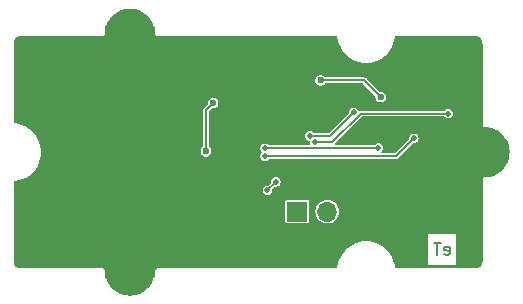
<source format=gbr>
%TF.GenerationSoftware,KiCad,Pcbnew,(6.0.0)*%
%TF.CreationDate,2022-11-15T20:59:03+00:00*%
%TF.ProjectId,Grove-Spectra,47726f76-652d-4537-9065-637472612e6b,A*%
%TF.SameCoordinates,Original*%
%TF.FileFunction,Copper,L2,Bot*%
%TF.FilePolarity,Positive*%
%FSLAX46Y46*%
G04 Gerber Fmt 4.6, Leading zero omitted, Abs format (unit mm)*
G04 Created by KiCad (PCBNEW (6.0.0)) date 2022-11-15 20:59:03*
%MOMM*%
%LPD*%
G01*
G04 APERTURE LIST*
%ADD10C,0.150000*%
%TA.AperFunction,NonConductor*%
%ADD11C,0.150000*%
%TD*%
%TA.AperFunction,ComponentPad*%
%ADD12R,1.700000X1.700000*%
%TD*%
%TA.AperFunction,ComponentPad*%
%ADD13O,1.700000X1.700000*%
%TD*%
%TA.AperFunction,ViaPad*%
%ADD14C,0.500000*%
%TD*%
%TA.AperFunction,ViaPad*%
%ADD15C,0.600000*%
%TD*%
%TA.AperFunction,Conductor*%
%ADD16C,0.150000*%
%TD*%
%TA.AperFunction,Conductor*%
%ADD17C,0.200000*%
%TD*%
G04 APERTURE END LIST*
D10*
D11*
X156890476Y-97204761D02*
X156985714Y-97252380D01*
X157176190Y-97252380D01*
X157271428Y-97204761D01*
X157319047Y-97109523D01*
X157319047Y-96728571D01*
X157271428Y-96633333D01*
X157176190Y-96585714D01*
X156985714Y-96585714D01*
X156890476Y-96633333D01*
X156842857Y-96728571D01*
X156842857Y-96823809D01*
X157319047Y-96919047D01*
X156557142Y-96252380D02*
X155985714Y-96252380D01*
X156271428Y-97252380D02*
X156271428Y-96252380D01*
D12*
%TO.P,J2,1,Pin_1*%
%TO.N,+3V3*%
X144425000Y-93600000D03*
D13*
%TO.P,J2,2,Pin_2*%
%TO.N,/LDR*%
X146965000Y-93600000D03*
%TD*%
D14*
%TO.N,/GPIO_0*%
X142615700Y-91084300D03*
X141900000Y-91800000D03*
D15*
%TO.N,GND*%
X136800000Y-95300000D03*
%TO.N,+3V3*%
X137300000Y-84400000D03*
X136700000Y-88500000D03*
%TO.N,GND*%
X145900000Y-85400000D03*
X146300000Y-81400000D03*
X154400000Y-89800000D03*
X150200000Y-89500000D03*
%TO.N,+1V8*%
X151500000Y-83900000D03*
X146400000Y-82500000D03*
D14*
%TO.N,/GPIO_1*%
X157200000Y-85300000D03*
X145900000Y-87700000D03*
%TO.N,/GPIO_2*%
X149200000Y-85200000D03*
X145494259Y-87192824D03*
%TO.N,SCL*%
X151300000Y-88200000D03*
X141700000Y-88250497D03*
%TO.N,SDA*%
X141700000Y-88900000D03*
X154300000Y-87400000D03*
%TD*%
D16*
%TO.N,/GPIO_0*%
X141900000Y-91800000D02*
X142615700Y-91084300D01*
D17*
%TO.N,+3V3*%
X136700000Y-88500000D02*
X136700000Y-85000000D01*
X136700000Y-85000000D02*
X137300000Y-84400000D01*
%TO.N,+1V8*%
X151500000Y-83900000D02*
X150100000Y-82500000D01*
X150100000Y-82500000D02*
X146400000Y-82500000D01*
%TO.N,/GPIO_1*%
X149806416Y-85300000D02*
X147406416Y-87700000D01*
X147406416Y-87700000D02*
X145900000Y-87700000D01*
X157200000Y-85300000D02*
X149806416Y-85300000D01*
%TO.N,/GPIO_2*%
X147800000Y-86600000D02*
X147207176Y-87192824D01*
X149200000Y-85200000D02*
X147800000Y-86600000D01*
X147207176Y-87192824D02*
X145494259Y-87192824D01*
%TO.N,SCL*%
X141750497Y-88200000D02*
X141700000Y-88250497D01*
X151300000Y-88200000D02*
X141750497Y-88200000D01*
%TO.N,SDA*%
X154300000Y-87400000D02*
X152800000Y-88900000D01*
X152800000Y-88900000D02*
X141700000Y-88900000D01*
%TD*%
%TA.AperFunction,Conductor*%
%TO.N,GND*%
G36*
X130541484Y-76433762D02*
G01*
X130551073Y-76435025D01*
X130814407Y-76487405D01*
X130817385Y-76487997D01*
X130826735Y-76490502D01*
X130960556Y-76535928D01*
X131083865Y-76577786D01*
X131092804Y-76581489D01*
X131336335Y-76701585D01*
X131344718Y-76706425D01*
X131570489Y-76857280D01*
X131578168Y-76863173D01*
X131782318Y-77042207D01*
X131789163Y-77049052D01*
X131968197Y-77253202D01*
X131974090Y-77260881D01*
X132124945Y-77486652D01*
X132129785Y-77495035D01*
X132249881Y-77738566D01*
X132253585Y-77747508D01*
X132340868Y-78004635D01*
X132343373Y-78013985D01*
X132396344Y-78280291D01*
X132397608Y-78289886D01*
X132405668Y-78412862D01*
X132413846Y-78537628D01*
X132412915Y-78547077D01*
X132412915Y-78556275D01*
X132410394Y-78565685D01*
X132431199Y-78643330D01*
X132488039Y-78700171D01*
X132526862Y-78710574D01*
X132556275Y-78718455D01*
X132556276Y-78718455D01*
X132565685Y-78720976D01*
X132576019Y-78718207D01*
X132595172Y-78715685D01*
X147750621Y-78715685D01*
X147798187Y-78732998D01*
X147823497Y-78776835D01*
X147824486Y-78785217D01*
X147829103Y-78861540D01*
X147882530Y-79153080D01*
X147970708Y-79436055D01*
X148092353Y-79706338D01*
X148093506Y-79708246D01*
X148093508Y-79708249D01*
X148244536Y-79958080D01*
X148245689Y-79959987D01*
X148428482Y-80193305D01*
X148638065Y-80402888D01*
X148639824Y-80404266D01*
X148828426Y-80552026D01*
X148871383Y-80585681D01*
X148873288Y-80586833D01*
X148873290Y-80586834D01*
X149056009Y-80697291D01*
X149125032Y-80739017D01*
X149395315Y-80860662D01*
X149678290Y-80948840D01*
X149969830Y-81002267D01*
X150265685Y-81020163D01*
X150561540Y-81002267D01*
X150853080Y-80948840D01*
X151136055Y-80860662D01*
X151406338Y-80739017D01*
X151475362Y-80697291D01*
X151658080Y-80586834D01*
X151658082Y-80586833D01*
X151659987Y-80585681D01*
X151702945Y-80552026D01*
X151891546Y-80404266D01*
X151893305Y-80402888D01*
X152102888Y-80193305D01*
X152285681Y-79959987D01*
X152286834Y-79958080D01*
X152437862Y-79708249D01*
X152437864Y-79708246D01*
X152439017Y-79706338D01*
X152560662Y-79436055D01*
X152648840Y-79153080D01*
X152702267Y-78861540D01*
X152706884Y-78785217D01*
X152727037Y-78738783D01*
X152772323Y-78716166D01*
X152780749Y-78715685D01*
X159436198Y-78715685D01*
X159455351Y-78718207D01*
X159465685Y-78720976D01*
X159475097Y-78718454D01*
X159484839Y-78718454D01*
X159484839Y-78719466D01*
X159493498Y-78718819D01*
X159602041Y-78731049D01*
X159618189Y-78734734D01*
X159739848Y-78777304D01*
X159754765Y-78784488D01*
X159841439Y-78838950D01*
X159863893Y-78853059D01*
X159876848Y-78863390D01*
X159967980Y-78954522D01*
X159978311Y-78967477D01*
X160046882Y-79076605D01*
X160054066Y-79091522D01*
X160096636Y-79213181D01*
X160100321Y-79229329D01*
X160112551Y-79337872D01*
X160111904Y-79346531D01*
X160112916Y-79346531D01*
X160112916Y-79356273D01*
X160110394Y-79365685D01*
X160112916Y-79375097D01*
X160113163Y-79376019D01*
X160115685Y-79395172D01*
X160115685Y-86236198D01*
X160113163Y-86255351D01*
X160110394Y-86265685D01*
X160115685Y-86285431D01*
X160131199Y-86343330D01*
X160188039Y-86400171D01*
X160265685Y-86420976D01*
X160275094Y-86418455D01*
X160284293Y-86418455D01*
X160293741Y-86417524D01*
X160541484Y-86433762D01*
X160551073Y-86435025D01*
X160814407Y-86487405D01*
X160817385Y-86487997D01*
X160826735Y-86490502D01*
X160960556Y-86535928D01*
X161083865Y-86577786D01*
X161092804Y-86581489D01*
X161336335Y-86701585D01*
X161344718Y-86706425D01*
X161570489Y-86857280D01*
X161578168Y-86863173D01*
X161782318Y-87042207D01*
X161789163Y-87049052D01*
X161968197Y-87253202D01*
X161974090Y-87260881D01*
X162124945Y-87486652D01*
X162129785Y-87495035D01*
X162249881Y-87738566D01*
X162253584Y-87747505D01*
X162272959Y-87804581D01*
X162340868Y-88004635D01*
X162343373Y-88013985D01*
X162394709Y-88272069D01*
X162396344Y-88280291D01*
X162397608Y-88289886D01*
X162411195Y-88497172D01*
X162415368Y-88560845D01*
X162415368Y-88570521D01*
X162397608Y-88841482D01*
X162396345Y-88851073D01*
X162351895Y-89074540D01*
X162343373Y-89117385D01*
X162340868Y-89126735D01*
X162253585Y-89383862D01*
X162249881Y-89392804D01*
X162129785Y-89636335D01*
X162124945Y-89644718D01*
X161974090Y-89870489D01*
X161968197Y-89878168D01*
X161789163Y-90082318D01*
X161782318Y-90089163D01*
X161578168Y-90268197D01*
X161570489Y-90274090D01*
X161344718Y-90424945D01*
X161336335Y-90429785D01*
X161092804Y-90549881D01*
X161083865Y-90553584D01*
X160993358Y-90584307D01*
X160826735Y-90640868D01*
X160817385Y-90643373D01*
X160551073Y-90696345D01*
X160541484Y-90697608D01*
X160293741Y-90713846D01*
X160284293Y-90712915D01*
X160275095Y-90712915D01*
X160265685Y-90710394D01*
X160188040Y-90731199D01*
X160131199Y-90788039D01*
X160128678Y-90797449D01*
X160114289Y-90851150D01*
X160110394Y-90865685D01*
X160112916Y-90875096D01*
X160113163Y-90876019D01*
X160115685Y-90895172D01*
X160115685Y-97736198D01*
X160113163Y-97755351D01*
X160110394Y-97765685D01*
X160112916Y-97775097D01*
X160112916Y-97784839D01*
X160111904Y-97784839D01*
X160112551Y-97793498D01*
X160100321Y-97902041D01*
X160096636Y-97918189D01*
X160054066Y-98039848D01*
X160046882Y-98054765D01*
X160005216Y-98121075D01*
X159978311Y-98163893D01*
X159967980Y-98176848D01*
X159876848Y-98267980D01*
X159863893Y-98278311D01*
X159754765Y-98346882D01*
X159739848Y-98354066D01*
X159618189Y-98396636D01*
X159602041Y-98400321D01*
X159493498Y-98412551D01*
X159484839Y-98411904D01*
X159484839Y-98412916D01*
X159475097Y-98412916D01*
X159465685Y-98410394D01*
X159456273Y-98412916D01*
X159455351Y-98413163D01*
X159436198Y-98415685D01*
X152780749Y-98415685D01*
X152733183Y-98398372D01*
X152707873Y-98354535D01*
X152706884Y-98346153D01*
X152702780Y-98278311D01*
X152702267Y-98269830D01*
X152676642Y-98130000D01*
X155515476Y-98130000D01*
X157884524Y-98130000D01*
X157884524Y-95470000D01*
X155515476Y-95470000D01*
X155515476Y-98130000D01*
X152676642Y-98130000D01*
X152648840Y-97978290D01*
X152560662Y-97695315D01*
X152439017Y-97425032D01*
X152337347Y-97256848D01*
X152286834Y-97173290D01*
X152286833Y-97173288D01*
X152285681Y-97171383D01*
X152102888Y-96938065D01*
X151893305Y-96728482D01*
X151813207Y-96665729D01*
X151661741Y-96547063D01*
X151661739Y-96547062D01*
X151659987Y-96545689D01*
X151658080Y-96544536D01*
X151408249Y-96393508D01*
X151408246Y-96393506D01*
X151406338Y-96392353D01*
X151136055Y-96270708D01*
X150853080Y-96182530D01*
X150561540Y-96129103D01*
X150265685Y-96111207D01*
X149969830Y-96129103D01*
X149678290Y-96182530D01*
X149395315Y-96270708D01*
X149125032Y-96392353D01*
X149123124Y-96393506D01*
X149123121Y-96393508D01*
X148873290Y-96544536D01*
X148871383Y-96545689D01*
X148869631Y-96547062D01*
X148869629Y-96547063D01*
X148718163Y-96665729D01*
X148638065Y-96728482D01*
X148428482Y-96938065D01*
X148245689Y-97171383D01*
X148244537Y-97173288D01*
X148244536Y-97173290D01*
X148194024Y-97256848D01*
X148092353Y-97425032D01*
X147970708Y-97695315D01*
X147882530Y-97978290D01*
X147829103Y-98269830D01*
X147828590Y-98278311D01*
X147824486Y-98346153D01*
X147804333Y-98392587D01*
X147759047Y-98415204D01*
X147750621Y-98415685D01*
X132595172Y-98415685D01*
X132576019Y-98413163D01*
X132575097Y-98412916D01*
X132565685Y-98410394D01*
X132545939Y-98415685D01*
X132488040Y-98431199D01*
X132431199Y-98488039D01*
X132414645Y-98549820D01*
X132410394Y-98565685D01*
X132412915Y-98575094D01*
X132412915Y-98584293D01*
X132413846Y-98593741D01*
X132405507Y-98720976D01*
X132397608Y-98841482D01*
X132396344Y-98851079D01*
X132343373Y-99117385D01*
X132340868Y-99126735D01*
X132253585Y-99383862D01*
X132249881Y-99392804D01*
X132129785Y-99636335D01*
X132124945Y-99644718D01*
X131974090Y-99870489D01*
X131968197Y-99878168D01*
X131789163Y-100082318D01*
X131782318Y-100089163D01*
X131578168Y-100268197D01*
X131570489Y-100274090D01*
X131344718Y-100424945D01*
X131336335Y-100429785D01*
X131092804Y-100549881D01*
X131083865Y-100553584D01*
X130989310Y-100585681D01*
X130826735Y-100640868D01*
X130817385Y-100643373D01*
X130551073Y-100696345D01*
X130541484Y-100697608D01*
X130270521Y-100715368D01*
X130260849Y-100715368D01*
X129989886Y-100697608D01*
X129980297Y-100696345D01*
X129713985Y-100643373D01*
X129704635Y-100640868D01*
X129542060Y-100585681D01*
X129447505Y-100553584D01*
X129438566Y-100549881D01*
X129195035Y-100429785D01*
X129186652Y-100424945D01*
X128960881Y-100274090D01*
X128953202Y-100268197D01*
X128749052Y-100089163D01*
X128742207Y-100082318D01*
X128563173Y-99878168D01*
X128557280Y-99870489D01*
X128406425Y-99644718D01*
X128401585Y-99636335D01*
X128281489Y-99392804D01*
X128277785Y-99383862D01*
X128190502Y-99126735D01*
X128187997Y-99117385D01*
X128135026Y-98851079D01*
X128133762Y-98841482D01*
X128125864Y-98720976D01*
X128117524Y-98593741D01*
X128118455Y-98584293D01*
X128118455Y-98575095D01*
X128120976Y-98565685D01*
X128100171Y-98488040D01*
X128043331Y-98431199D01*
X128004508Y-98420796D01*
X127975095Y-98412915D01*
X127975094Y-98412915D01*
X127965685Y-98410394D01*
X127955427Y-98413143D01*
X127955351Y-98413163D01*
X127936198Y-98415685D01*
X121095172Y-98415685D01*
X121076019Y-98413163D01*
X121075097Y-98412916D01*
X121065685Y-98410394D01*
X121056273Y-98412916D01*
X121046531Y-98412916D01*
X121046531Y-98411904D01*
X121037872Y-98412551D01*
X120929329Y-98400321D01*
X120913181Y-98396636D01*
X120791522Y-98354066D01*
X120776605Y-98346882D01*
X120667477Y-98278311D01*
X120654522Y-98267980D01*
X120563390Y-98176848D01*
X120553059Y-98163893D01*
X120526154Y-98121075D01*
X120484488Y-98054765D01*
X120477304Y-98039848D01*
X120434734Y-97918189D01*
X120431049Y-97902041D01*
X120418819Y-97793498D01*
X120419466Y-97784839D01*
X120418454Y-97784839D01*
X120418454Y-97775097D01*
X120420976Y-97765685D01*
X120418207Y-97755351D01*
X120415685Y-97736198D01*
X120415685Y-94464820D01*
X143424500Y-94464820D01*
X143433233Y-94508722D01*
X143466496Y-94558504D01*
X143516278Y-94591767D01*
X143523424Y-94593188D01*
X143523425Y-94593189D01*
X143556610Y-94599790D01*
X143556611Y-94599790D01*
X143560180Y-94600500D01*
X145289820Y-94600500D01*
X145293389Y-94599790D01*
X145293390Y-94599790D01*
X145326575Y-94593189D01*
X145326576Y-94593188D01*
X145333722Y-94591767D01*
X145383504Y-94558504D01*
X145416767Y-94508722D01*
X145425500Y-94464820D01*
X145425500Y-93585963D01*
X145959757Y-93585963D01*
X145960060Y-93589572D01*
X145960060Y-93589574D01*
X145963293Y-93628071D01*
X145976175Y-93781483D01*
X146030258Y-93970091D01*
X146031911Y-93973307D01*
X146118288Y-94141380D01*
X146118291Y-94141385D01*
X146119944Y-94144601D01*
X146241818Y-94298369D01*
X146391238Y-94425535D01*
X146394400Y-94427302D01*
X146559354Y-94519492D01*
X146559358Y-94519494D01*
X146562513Y-94521257D01*
X146565949Y-94522374D01*
X146565955Y-94522376D01*
X146658496Y-94552444D01*
X146749118Y-94581889D01*
X146809541Y-94589094D01*
X146940346Y-94604692D01*
X146940349Y-94604692D01*
X146943946Y-94605121D01*
X147013228Y-94599790D01*
X147135965Y-94590346D01*
X147135966Y-94590346D01*
X147139576Y-94590068D01*
X147328556Y-94537303D01*
X147331783Y-94535673D01*
X147500455Y-94450471D01*
X147500458Y-94450469D01*
X147503689Y-94448837D01*
X147658303Y-94328040D01*
X147786509Y-94179511D01*
X147788292Y-94176372D01*
X147788295Y-94176368D01*
X147834967Y-94094210D01*
X147883425Y-94008909D01*
X147895269Y-93973307D01*
X147944215Y-93826168D01*
X147945358Y-93822732D01*
X147950130Y-93784962D01*
X147969691Y-93630115D01*
X147969691Y-93630111D01*
X147969949Y-93628071D01*
X147970341Y-93600000D01*
X147951194Y-93404728D01*
X147894484Y-93216894D01*
X147802370Y-93043653D01*
X147678361Y-92891602D01*
X147527180Y-92766535D01*
X147512814Y-92758767D01*
X147357768Y-92674934D01*
X147354585Y-92673213D01*
X147351135Y-92672145D01*
X147351130Y-92672143D01*
X147232841Y-92635527D01*
X147167152Y-92615193D01*
X146972019Y-92594683D01*
X146776618Y-92612466D01*
X146773145Y-92613488D01*
X146773146Y-92613488D01*
X146591864Y-92666842D01*
X146591860Y-92666844D01*
X146588393Y-92667864D01*
X146497115Y-92715583D01*
X146417719Y-92757090D01*
X146417716Y-92757092D01*
X146414512Y-92758767D01*
X146411694Y-92761033D01*
X146411692Y-92761034D01*
X146264419Y-92879444D01*
X146264416Y-92879447D01*
X146261600Y-92881711D01*
X146135480Y-93032016D01*
X146040956Y-93203954D01*
X146039864Y-93207397D01*
X146039863Y-93207399D01*
X146035753Y-93220357D01*
X145981628Y-93390978D01*
X145981225Y-93394574D01*
X145981224Y-93394577D01*
X145972311Y-93474039D01*
X145959757Y-93585963D01*
X145425500Y-93585963D01*
X145425500Y-92735180D01*
X145416767Y-92691278D01*
X145383504Y-92641496D01*
X145333722Y-92608233D01*
X145326576Y-92606812D01*
X145326575Y-92606811D01*
X145293390Y-92600210D01*
X145293389Y-92600210D01*
X145289820Y-92599500D01*
X143560180Y-92599500D01*
X143556611Y-92600210D01*
X143556610Y-92600210D01*
X143523425Y-92606811D01*
X143523424Y-92606812D01*
X143516278Y-92608233D01*
X143466496Y-92641496D01*
X143433233Y-92691278D01*
X143424500Y-92735180D01*
X143424500Y-94464820D01*
X120415685Y-94464820D01*
X120415685Y-91800000D01*
X141494508Y-91800000D01*
X141495419Y-91805752D01*
X141513442Y-91919549D01*
X141513443Y-91919552D01*
X141514354Y-91925304D01*
X141516999Y-91930495D01*
X141517000Y-91930498D01*
X141569304Y-92033150D01*
X141569306Y-92033152D01*
X141571950Y-92038342D01*
X141661658Y-92128050D01*
X141666848Y-92130694D01*
X141666850Y-92130696D01*
X141769502Y-92183000D01*
X141769505Y-92183001D01*
X141774696Y-92185646D01*
X141780448Y-92186557D01*
X141780451Y-92186558D01*
X141894248Y-92204581D01*
X141900000Y-92205492D01*
X141905752Y-92204581D01*
X142019549Y-92186558D01*
X142019552Y-92186557D01*
X142025304Y-92185646D01*
X142030495Y-92183001D01*
X142030498Y-92183000D01*
X142133150Y-92130696D01*
X142133152Y-92130694D01*
X142138342Y-92128050D01*
X142228050Y-92038342D01*
X142230694Y-92033152D01*
X142230696Y-92033150D01*
X142283000Y-91930498D01*
X142283001Y-91930495D01*
X142285646Y-91925304D01*
X142286557Y-91919552D01*
X142286558Y-91919549D01*
X142304581Y-91805752D01*
X142305492Y-91800000D01*
X142299551Y-91762492D01*
X142309209Y-91712805D01*
X142320314Y-91698591D01*
X142514291Y-91504614D01*
X142560167Y-91483222D01*
X142578189Y-91483851D01*
X142615700Y-91489792D01*
X142621452Y-91488881D01*
X142735249Y-91470858D01*
X142735252Y-91470857D01*
X142741004Y-91469946D01*
X142746195Y-91467301D01*
X142746198Y-91467300D01*
X142848850Y-91414996D01*
X142848852Y-91414994D01*
X142854042Y-91412350D01*
X142943750Y-91322642D01*
X142946394Y-91317452D01*
X142946396Y-91317450D01*
X142998700Y-91214798D01*
X142998701Y-91214795D01*
X143001346Y-91209604D01*
X143002257Y-91203852D01*
X143002258Y-91203849D01*
X143020281Y-91090052D01*
X143020281Y-91090050D01*
X143021192Y-91084300D01*
X143009597Y-91011090D01*
X143002258Y-90964751D01*
X143002257Y-90964748D01*
X143001346Y-90958996D01*
X142998700Y-90953802D01*
X142946396Y-90851150D01*
X142946394Y-90851148D01*
X142943750Y-90845958D01*
X142854042Y-90756250D01*
X142848852Y-90753606D01*
X142848850Y-90753604D01*
X142746198Y-90701300D01*
X142746195Y-90701299D01*
X142741004Y-90698654D01*
X142735252Y-90697743D01*
X142735249Y-90697742D01*
X142621452Y-90679719D01*
X142615700Y-90678808D01*
X142609948Y-90679719D01*
X142496151Y-90697742D01*
X142496148Y-90697743D01*
X142490396Y-90698654D01*
X142485205Y-90701299D01*
X142485202Y-90701300D01*
X142382550Y-90753604D01*
X142382548Y-90753606D01*
X142377358Y-90756250D01*
X142287650Y-90845958D01*
X142285006Y-90851148D01*
X142285004Y-90851150D01*
X142232700Y-90953802D01*
X142230054Y-90958996D01*
X142229143Y-90964748D01*
X142229142Y-90964751D01*
X142221803Y-91011090D01*
X142210208Y-91084300D01*
X142216149Y-91121808D01*
X142206491Y-91171495D01*
X142195386Y-91185709D01*
X142001409Y-91379686D01*
X141955533Y-91401078D01*
X141937511Y-91400449D01*
X141900000Y-91394508D01*
X141894248Y-91395419D01*
X141780451Y-91413442D01*
X141780448Y-91413443D01*
X141774696Y-91414354D01*
X141769505Y-91416999D01*
X141769502Y-91417000D01*
X141666850Y-91469304D01*
X141666848Y-91469306D01*
X141661658Y-91471950D01*
X141571950Y-91561658D01*
X141569306Y-91566848D01*
X141569304Y-91566850D01*
X141517000Y-91669502D01*
X141514354Y-91674696D01*
X141513443Y-91680448D01*
X141513442Y-91680451D01*
X141500448Y-91762494D01*
X141494508Y-91800000D01*
X120415685Y-91800000D01*
X120415685Y-91080749D01*
X120432998Y-91033183D01*
X120476835Y-91007873D01*
X120485217Y-91006884D01*
X120499012Y-91006049D01*
X120561540Y-91002267D01*
X120853080Y-90948840D01*
X121136055Y-90860662D01*
X121406338Y-90739017D01*
X121423443Y-90728677D01*
X121658080Y-90586834D01*
X121658082Y-90586833D01*
X121659987Y-90585681D01*
X121702945Y-90552026D01*
X121813207Y-90465641D01*
X121893305Y-90402888D01*
X122102888Y-90193305D01*
X122285681Y-89959987D01*
X122335142Y-89878168D01*
X122437862Y-89708249D01*
X122437864Y-89708246D01*
X122439017Y-89706338D01*
X122560662Y-89436055D01*
X122648840Y-89153080D01*
X122691975Y-88917700D01*
X122701863Y-88863745D01*
X122701863Y-88863744D01*
X122702267Y-88861540D01*
X122720163Y-88565685D01*
X122715853Y-88494440D01*
X136244901Y-88494440D01*
X136245584Y-88499663D01*
X136245584Y-88499666D01*
X136259423Y-88605492D01*
X136261633Y-88622394D01*
X136313605Y-88740510D01*
X136396639Y-88839291D01*
X136504060Y-88910796D01*
X136509092Y-88912368D01*
X136509094Y-88912369D01*
X136544714Y-88923497D01*
X136627233Y-88949278D01*
X136632501Y-88949375D01*
X136632504Y-88949375D01*
X136686552Y-88950365D01*
X136756255Y-88951643D01*
X136761338Y-88950257D01*
X136761340Y-88950257D01*
X136875671Y-88919086D01*
X136880755Y-88917700D01*
X136909582Y-88900000D01*
X141294508Y-88900000D01*
X141295419Y-88905752D01*
X141313442Y-89019549D01*
X141313443Y-89019552D01*
X141314354Y-89025304D01*
X141316999Y-89030495D01*
X141317000Y-89030498D01*
X141369304Y-89133150D01*
X141369306Y-89133152D01*
X141371950Y-89138342D01*
X141461658Y-89228050D01*
X141466848Y-89230694D01*
X141466850Y-89230696D01*
X141569502Y-89283000D01*
X141569505Y-89283001D01*
X141574696Y-89285646D01*
X141580448Y-89286557D01*
X141580451Y-89286558D01*
X141694248Y-89304581D01*
X141700000Y-89305492D01*
X141705752Y-89304581D01*
X141819549Y-89286558D01*
X141819552Y-89286557D01*
X141825304Y-89285646D01*
X141830495Y-89283001D01*
X141830498Y-89283000D01*
X141933150Y-89230696D01*
X141933152Y-89230694D01*
X141938342Y-89228050D01*
X141994218Y-89172174D01*
X142040094Y-89150782D01*
X142046544Y-89150500D01*
X152768038Y-89150500D01*
X152782475Y-89151922D01*
X152800000Y-89155408D01*
X152897741Y-89135966D01*
X152918424Y-89122146D01*
X152927536Y-89116057D01*
X152927537Y-89116056D01*
X152980601Y-89080601D01*
X152990530Y-89065741D01*
X152999733Y-89054527D01*
X154229112Y-87825148D01*
X154274988Y-87803756D01*
X154293016Y-87804386D01*
X154300000Y-87805492D01*
X154305752Y-87804581D01*
X154419549Y-87786558D01*
X154419552Y-87786557D01*
X154425304Y-87785646D01*
X154430495Y-87783001D01*
X154430498Y-87783000D01*
X154533150Y-87730696D01*
X154533152Y-87730694D01*
X154538342Y-87728050D01*
X154628050Y-87638342D01*
X154630694Y-87633152D01*
X154630696Y-87633150D01*
X154683000Y-87530498D01*
X154683001Y-87530495D01*
X154685646Y-87525304D01*
X154686557Y-87519552D01*
X154686558Y-87519549D01*
X154704581Y-87405752D01*
X154704581Y-87405749D01*
X154705492Y-87400000D01*
X154692525Y-87318128D01*
X154686558Y-87280451D01*
X154686557Y-87280448D01*
X154685646Y-87274696D01*
X154676552Y-87256848D01*
X154630696Y-87166850D01*
X154630694Y-87166848D01*
X154628050Y-87161658D01*
X154538342Y-87071950D01*
X154533152Y-87069306D01*
X154533150Y-87069304D01*
X154430498Y-87017000D01*
X154430495Y-87016999D01*
X154425304Y-87014354D01*
X154419552Y-87013443D01*
X154419549Y-87013442D01*
X154305752Y-86995419D01*
X154300000Y-86994508D01*
X154294248Y-86995419D01*
X154180451Y-87013442D01*
X154180448Y-87013443D01*
X154174696Y-87014354D01*
X154169505Y-87016999D01*
X154169502Y-87017000D01*
X154066850Y-87069304D01*
X154066848Y-87069306D01*
X154061658Y-87071950D01*
X153971950Y-87161658D01*
X153969306Y-87166848D01*
X153969304Y-87166850D01*
X153923448Y-87256848D01*
X153914354Y-87274696D01*
X153913443Y-87280448D01*
X153913442Y-87280451D01*
X153907475Y-87318128D01*
X153894508Y-87400000D01*
X153895419Y-87405749D01*
X153895614Y-87406980D01*
X153895419Y-87407984D01*
X153895419Y-87411576D01*
X153894721Y-87411576D01*
X153885959Y-87456670D01*
X153874852Y-87470888D01*
X152717914Y-88627826D01*
X152672038Y-88649218D01*
X152665588Y-88649500D01*
X151595544Y-88649500D01*
X151547978Y-88632187D01*
X151522668Y-88588350D01*
X151531458Y-88538500D01*
X151543218Y-88523174D01*
X151628050Y-88438342D01*
X151630694Y-88433152D01*
X151630696Y-88433150D01*
X151683000Y-88330498D01*
X151683001Y-88330495D01*
X151685646Y-88325304D01*
X151686557Y-88319552D01*
X151686558Y-88319549D01*
X151704581Y-88205752D01*
X151705492Y-88200000D01*
X151694737Y-88132092D01*
X151686558Y-88080451D01*
X151686557Y-88080448D01*
X151685646Y-88074696D01*
X151683000Y-88069502D01*
X151630696Y-87966850D01*
X151630694Y-87966848D01*
X151628050Y-87961658D01*
X151538342Y-87871950D01*
X151533152Y-87869306D01*
X151533150Y-87869304D01*
X151430498Y-87817000D01*
X151430495Y-87816999D01*
X151425304Y-87814354D01*
X151419552Y-87813443D01*
X151419549Y-87813442D01*
X151305752Y-87795419D01*
X151300000Y-87794508D01*
X151294248Y-87795419D01*
X151180451Y-87813442D01*
X151180448Y-87813443D01*
X151174696Y-87814354D01*
X151169505Y-87816999D01*
X151169502Y-87817000D01*
X151066850Y-87869304D01*
X151066848Y-87869306D01*
X151061658Y-87871950D01*
X151005782Y-87927826D01*
X150959906Y-87949218D01*
X150953456Y-87949500D01*
X147689828Y-87949500D01*
X147642262Y-87932187D01*
X147616952Y-87888350D01*
X147625742Y-87838500D01*
X147637502Y-87823174D01*
X148756947Y-86703730D01*
X149888503Y-85572174D01*
X149934379Y-85550782D01*
X149940829Y-85550500D01*
X156853456Y-85550500D01*
X156901022Y-85567813D01*
X156905782Y-85572174D01*
X156961658Y-85628050D01*
X156966848Y-85630694D01*
X156966850Y-85630696D01*
X157069502Y-85683000D01*
X157069505Y-85683001D01*
X157074696Y-85685646D01*
X157080448Y-85686557D01*
X157080451Y-85686558D01*
X157194248Y-85704581D01*
X157200000Y-85705492D01*
X157205752Y-85704581D01*
X157319549Y-85686558D01*
X157319552Y-85686557D01*
X157325304Y-85685646D01*
X157330495Y-85683001D01*
X157330498Y-85683000D01*
X157433150Y-85630696D01*
X157433152Y-85630694D01*
X157438342Y-85628050D01*
X157528050Y-85538342D01*
X157530694Y-85533152D01*
X157530696Y-85533150D01*
X157583000Y-85430498D01*
X157583001Y-85430495D01*
X157585646Y-85425304D01*
X157586557Y-85419552D01*
X157586558Y-85419549D01*
X157604581Y-85305752D01*
X157605492Y-85300000D01*
X157596659Y-85244227D01*
X157586558Y-85180451D01*
X157586557Y-85180448D01*
X157585646Y-85174696D01*
X157583000Y-85169502D01*
X157530696Y-85066850D01*
X157530694Y-85066848D01*
X157528050Y-85061658D01*
X157438342Y-84971950D01*
X157433152Y-84969306D01*
X157433150Y-84969304D01*
X157330498Y-84917000D01*
X157330495Y-84916999D01*
X157325304Y-84914354D01*
X157319552Y-84913443D01*
X157319549Y-84913442D01*
X157205752Y-84895419D01*
X157200000Y-84894508D01*
X157194248Y-84895419D01*
X157080451Y-84913442D01*
X157080448Y-84913443D01*
X157074696Y-84914354D01*
X157069505Y-84916999D01*
X157069502Y-84917000D01*
X156966850Y-84969304D01*
X156966848Y-84969306D01*
X156961658Y-84971950D01*
X156905782Y-85027826D01*
X156859906Y-85049218D01*
X156853456Y-85049500D01*
X149838382Y-85049500D01*
X149823947Y-85048078D01*
X149806416Y-85044591D01*
X149799268Y-85046013D01*
X149715823Y-85062612D01*
X149715822Y-85062613D01*
X149708676Y-85064034D01*
X149702616Y-85068083D01*
X149682081Y-85081804D01*
X149632912Y-85093835D01*
X149587514Y-85071447D01*
X149575035Y-85053871D01*
X149547586Y-85000000D01*
X149528050Y-84961658D01*
X149438342Y-84871950D01*
X149433152Y-84869306D01*
X149433150Y-84869304D01*
X149330498Y-84817000D01*
X149330495Y-84816999D01*
X149325304Y-84814354D01*
X149319552Y-84813443D01*
X149319549Y-84813442D01*
X149205752Y-84795419D01*
X149200000Y-84794508D01*
X149194248Y-84795419D01*
X149080451Y-84813442D01*
X149080448Y-84813443D01*
X149074696Y-84814354D01*
X149069505Y-84816999D01*
X149069502Y-84817000D01*
X148966850Y-84869304D01*
X148966848Y-84869306D01*
X148961658Y-84871950D01*
X148871950Y-84961658D01*
X148869306Y-84966848D01*
X148869304Y-84966850D01*
X148817000Y-85069502D01*
X148814354Y-85074696D01*
X148813443Y-85080448D01*
X148813442Y-85080451D01*
X148799338Y-85169502D01*
X148794508Y-85200000D01*
X148795419Y-85205749D01*
X148795614Y-85206980D01*
X148795419Y-85207984D01*
X148795419Y-85211576D01*
X148794721Y-85211576D01*
X148785959Y-85256670D01*
X148774852Y-85270888D01*
X147640320Y-86405420D01*
X147640317Y-86405422D01*
X147640311Y-86405428D01*
X147125090Y-86920650D01*
X147079214Y-86942042D01*
X147072764Y-86942324D01*
X145840803Y-86942324D01*
X145793237Y-86925011D01*
X145788477Y-86920650D01*
X145732601Y-86864774D01*
X145727411Y-86862130D01*
X145727409Y-86862128D01*
X145624757Y-86809824D01*
X145624754Y-86809823D01*
X145619563Y-86807178D01*
X145613811Y-86806267D01*
X145613808Y-86806266D01*
X145500011Y-86788243D01*
X145494259Y-86787332D01*
X145488507Y-86788243D01*
X145374710Y-86806266D01*
X145374707Y-86806267D01*
X145368955Y-86807178D01*
X145363764Y-86809823D01*
X145363761Y-86809824D01*
X145261109Y-86862128D01*
X145261107Y-86862130D01*
X145255917Y-86864774D01*
X145166209Y-86954482D01*
X145163565Y-86959672D01*
X145163563Y-86959674D01*
X145111259Y-87062326D01*
X145108613Y-87067520D01*
X145107702Y-87073272D01*
X145107701Y-87073275D01*
X145093703Y-87161658D01*
X145088767Y-87192824D01*
X145089678Y-87198576D01*
X145107701Y-87312373D01*
X145107702Y-87312376D01*
X145108613Y-87318128D01*
X145111258Y-87323319D01*
X145111259Y-87323322D01*
X145163563Y-87425974D01*
X145163565Y-87425976D01*
X145166209Y-87431166D01*
X145255917Y-87520874D01*
X145261107Y-87523518D01*
X145261109Y-87523520D01*
X145363761Y-87575824D01*
X145363764Y-87575825D01*
X145368955Y-87578470D01*
X145374707Y-87579381D01*
X145374710Y-87579382D01*
X145437124Y-87589267D01*
X145481397Y-87613808D01*
X145499537Y-87661065D01*
X145498637Y-87673929D01*
X145494508Y-87700000D01*
X145495419Y-87705752D01*
X145513442Y-87819549D01*
X145513443Y-87819552D01*
X145514354Y-87825304D01*
X145522813Y-87841906D01*
X145528983Y-87892145D01*
X145501414Y-87934598D01*
X145456879Y-87949500D01*
X141996047Y-87949500D01*
X141948481Y-87932187D01*
X141943721Y-87927826D01*
X141938342Y-87922447D01*
X141933152Y-87919803D01*
X141933150Y-87919801D01*
X141830498Y-87867497D01*
X141830495Y-87867496D01*
X141825304Y-87864851D01*
X141819552Y-87863940D01*
X141819549Y-87863939D01*
X141705752Y-87845916D01*
X141700000Y-87845005D01*
X141694248Y-87845916D01*
X141580451Y-87863939D01*
X141580448Y-87863940D01*
X141574696Y-87864851D01*
X141569505Y-87867496D01*
X141569502Y-87867497D01*
X141466850Y-87919801D01*
X141466848Y-87919803D01*
X141461658Y-87922447D01*
X141371950Y-88012155D01*
X141369306Y-88017345D01*
X141369304Y-88017347D01*
X141317000Y-88119999D01*
X141314354Y-88125193D01*
X141313443Y-88130945D01*
X141313442Y-88130948D01*
X141303417Y-88194248D01*
X141294508Y-88250497D01*
X141295419Y-88256249D01*
X141313442Y-88370046D01*
X141313443Y-88370049D01*
X141314354Y-88375801D01*
X141316999Y-88380992D01*
X141317000Y-88380995D01*
X141369304Y-88483647D01*
X141369306Y-88483649D01*
X141371950Y-88488839D01*
X141406034Y-88522923D01*
X141427426Y-88568799D01*
X141414325Y-88617694D01*
X141406036Y-88627572D01*
X141371950Y-88661658D01*
X141369306Y-88666848D01*
X141369304Y-88666850D01*
X141322650Y-88758414D01*
X141314354Y-88774696D01*
X141313443Y-88780448D01*
X141313442Y-88780451D01*
X141302399Y-88850179D01*
X141294508Y-88900000D01*
X136909582Y-88900000D01*
X136990724Y-88850179D01*
X137077322Y-88754507D01*
X137133588Y-88638375D01*
X137154997Y-88511120D01*
X137155133Y-88500000D01*
X137151148Y-88472174D01*
X137137586Y-88377472D01*
X137137585Y-88377469D01*
X137136839Y-88372259D01*
X137132247Y-88362159D01*
X137085610Y-88259586D01*
X137085608Y-88259583D01*
X137083428Y-88254788D01*
X137076003Y-88246170D01*
X137002633Y-88161020D01*
X137002632Y-88161019D01*
X136999193Y-88157028D01*
X136994774Y-88154164D01*
X136994772Y-88154162D01*
X136984251Y-88147343D01*
X136953752Y-88106943D01*
X136950500Y-88085246D01*
X136950500Y-85134412D01*
X136967813Y-85086846D01*
X136972174Y-85082086D01*
X137183144Y-84871116D01*
X137229020Y-84849724D01*
X137236826Y-84849454D01*
X137266305Y-84849994D01*
X137356255Y-84851643D01*
X137361338Y-84850257D01*
X137361340Y-84850257D01*
X137475671Y-84819086D01*
X137480755Y-84817700D01*
X137590724Y-84750179D01*
X137677322Y-84654507D01*
X137733588Y-84538375D01*
X137754997Y-84411120D01*
X137755133Y-84400000D01*
X137742952Y-84314943D01*
X137737586Y-84277472D01*
X137737585Y-84277469D01*
X137736839Y-84272259D01*
X137723177Y-84242211D01*
X137685610Y-84159586D01*
X137685608Y-84159583D01*
X137683428Y-84154788D01*
X137679099Y-84149763D01*
X137602633Y-84061020D01*
X137602632Y-84061019D01*
X137599193Y-84057028D01*
X137594774Y-84054164D01*
X137594772Y-84054162D01*
X137495329Y-83989708D01*
X137495330Y-83989708D01*
X137490906Y-83986841D01*
X137485857Y-83985331D01*
X137485855Y-83985330D01*
X137372326Y-83951377D01*
X137372325Y-83951377D01*
X137367273Y-83949866D01*
X137301771Y-83949466D01*
X137243501Y-83949110D01*
X137243500Y-83949110D01*
X137238231Y-83949078D01*
X137114155Y-83984539D01*
X137005019Y-84053399D01*
X137001531Y-84057348D01*
X137001529Y-84057350D01*
X136998288Y-84061020D01*
X136919596Y-84150122D01*
X136917357Y-84154891D01*
X136917355Y-84154894D01*
X136879626Y-84235256D01*
X136864754Y-84266932D01*
X136844901Y-84394440D01*
X136852479Y-84452390D01*
X136841480Y-84501798D01*
X136831430Y-84514310D01*
X136545473Y-84800267D01*
X136534259Y-84809470D01*
X136526950Y-84814354D01*
X136519399Y-84819399D01*
X136499435Y-84849278D01*
X136464034Y-84902259D01*
X136462613Y-84909404D01*
X136462612Y-84909406D01*
X136449352Y-84976069D01*
X136444592Y-85000000D01*
X136446014Y-85007149D01*
X136448078Y-85017525D01*
X136449500Y-85031962D01*
X136449500Y-88084526D01*
X136432187Y-88132092D01*
X136414993Y-88147106D01*
X136405019Y-88153399D01*
X136401530Y-88157349D01*
X136401527Y-88157352D01*
X136398288Y-88161020D01*
X136319596Y-88250122D01*
X136317357Y-88254891D01*
X136317355Y-88254894D01*
X136300926Y-88289888D01*
X136264754Y-88366932D01*
X136244901Y-88494440D01*
X122715853Y-88494440D01*
X122702267Y-88269830D01*
X122699511Y-88254788D01*
X122682327Y-88161020D01*
X122648840Y-87978290D01*
X122560662Y-87695315D01*
X122439017Y-87425032D01*
X122420408Y-87394248D01*
X122286834Y-87173290D01*
X122286833Y-87173288D01*
X122285681Y-87171383D01*
X122102888Y-86938065D01*
X121893305Y-86728482D01*
X121705682Y-86581489D01*
X121661741Y-86547063D01*
X121661739Y-86547062D01*
X121659987Y-86545689D01*
X121658080Y-86544536D01*
X121408249Y-86393508D01*
X121408246Y-86393506D01*
X121406338Y-86392353D01*
X121136055Y-86270708D01*
X120853080Y-86182530D01*
X120561540Y-86129103D01*
X120499012Y-86125321D01*
X120485217Y-86124486D01*
X120438783Y-86104333D01*
X120416166Y-86059047D01*
X120415685Y-86050621D01*
X120415685Y-82494440D01*
X145944901Y-82494440D01*
X145961633Y-82622394D01*
X146013605Y-82740510D01*
X146096639Y-82839291D01*
X146204060Y-82910796D01*
X146209092Y-82912368D01*
X146209094Y-82912369D01*
X146244714Y-82923497D01*
X146327233Y-82949278D01*
X146332501Y-82949375D01*
X146332504Y-82949375D01*
X146386552Y-82950365D01*
X146456255Y-82951643D01*
X146461338Y-82950257D01*
X146461340Y-82950257D01*
X146575671Y-82919086D01*
X146580755Y-82917700D01*
X146690724Y-82850179D01*
X146758918Y-82774840D01*
X146803673Y-82751193D01*
X146813780Y-82750500D01*
X149965588Y-82750500D01*
X150013154Y-82767813D01*
X150017914Y-82772174D01*
X151031162Y-83785422D01*
X151052554Y-83831298D01*
X151051955Y-83849132D01*
X151044901Y-83894440D01*
X151045584Y-83899663D01*
X151045584Y-83899666D01*
X151057359Y-83989708D01*
X151061633Y-84022394D01*
X151113605Y-84140510D01*
X151196639Y-84239291D01*
X151304060Y-84310796D01*
X151309092Y-84312368D01*
X151309094Y-84312369D01*
X151344714Y-84323497D01*
X151427233Y-84349278D01*
X151432501Y-84349375D01*
X151432504Y-84349375D01*
X151486552Y-84350365D01*
X151556255Y-84351643D01*
X151561338Y-84350257D01*
X151561340Y-84350257D01*
X151675671Y-84319086D01*
X151680755Y-84317700D01*
X151790724Y-84250179D01*
X151877322Y-84154507D01*
X151933588Y-84038375D01*
X151948367Y-83950527D01*
X151954522Y-83913944D01*
X151954522Y-83913943D01*
X151954997Y-83911120D01*
X151955133Y-83900000D01*
X151942530Y-83811997D01*
X151937586Y-83777472D01*
X151937585Y-83777469D01*
X151936839Y-83772259D01*
X151883428Y-83654788D01*
X151799193Y-83557028D01*
X151794774Y-83554164D01*
X151794772Y-83554162D01*
X151695329Y-83489708D01*
X151695330Y-83489708D01*
X151690906Y-83486841D01*
X151685857Y-83485331D01*
X151685855Y-83485330D01*
X151572326Y-83451377D01*
X151572325Y-83451377D01*
X151567273Y-83449866D01*
X151438231Y-83449078D01*
X151438240Y-83447586D01*
X151395118Y-83438259D01*
X151382230Y-83427970D01*
X150299733Y-82345473D01*
X150290530Y-82334259D01*
X150284651Y-82325460D01*
X150284650Y-82325459D01*
X150280601Y-82319399D01*
X150227536Y-82283943D01*
X150197741Y-82264034D01*
X150100000Y-82244592D01*
X150092851Y-82246014D01*
X150082475Y-82248078D01*
X150068038Y-82249500D01*
X146812791Y-82249500D01*
X146765225Y-82232187D01*
X146756731Y-82223804D01*
X146702633Y-82161020D01*
X146702632Y-82161019D01*
X146699193Y-82157028D01*
X146694774Y-82154164D01*
X146694772Y-82154162D01*
X146595329Y-82089708D01*
X146595330Y-82089708D01*
X146590906Y-82086841D01*
X146585857Y-82085331D01*
X146585855Y-82085330D01*
X146472326Y-82051377D01*
X146472325Y-82051377D01*
X146467273Y-82049866D01*
X146401771Y-82049466D01*
X146343501Y-82049110D01*
X146343500Y-82049110D01*
X146338231Y-82049078D01*
X146214155Y-82084539D01*
X146105019Y-82153399D01*
X146101531Y-82157348D01*
X146101529Y-82157350D01*
X146098288Y-82161020D01*
X146019596Y-82250122D01*
X146017357Y-82254891D01*
X146017355Y-82254894D01*
X145984225Y-82325460D01*
X145964754Y-82366932D01*
X145944901Y-82494440D01*
X120415685Y-82494440D01*
X120415685Y-79395172D01*
X120418207Y-79376019D01*
X120418454Y-79375097D01*
X120420976Y-79365685D01*
X120418454Y-79356273D01*
X120418454Y-79346531D01*
X120419466Y-79346531D01*
X120418819Y-79337872D01*
X120431049Y-79229329D01*
X120434734Y-79213181D01*
X120477304Y-79091522D01*
X120484488Y-79076605D01*
X120553059Y-78967477D01*
X120563390Y-78954522D01*
X120654522Y-78863390D01*
X120667477Y-78853059D01*
X120689931Y-78838950D01*
X120776605Y-78784488D01*
X120791522Y-78777304D01*
X120913181Y-78734734D01*
X120929329Y-78731049D01*
X121037872Y-78718819D01*
X121046531Y-78719466D01*
X121046531Y-78718454D01*
X121056273Y-78718454D01*
X121065685Y-78720976D01*
X121075097Y-78718454D01*
X121076019Y-78718207D01*
X121095172Y-78715685D01*
X127936198Y-78715685D01*
X127955351Y-78718207D01*
X127965685Y-78720976D01*
X127975094Y-78718455D01*
X127975095Y-78718455D01*
X128004508Y-78710574D01*
X128043331Y-78700171D01*
X128100171Y-78643331D01*
X128120976Y-78565685D01*
X128118455Y-78556276D01*
X128118455Y-78547077D01*
X128117524Y-78537628D01*
X128125702Y-78412862D01*
X128133762Y-78289886D01*
X128135026Y-78280291D01*
X128187997Y-78013985D01*
X128190502Y-78004635D01*
X128277785Y-77747508D01*
X128281489Y-77738566D01*
X128401585Y-77495035D01*
X128406425Y-77486652D01*
X128557280Y-77260881D01*
X128563173Y-77253202D01*
X128742207Y-77049052D01*
X128749052Y-77042207D01*
X128953202Y-76863173D01*
X128960881Y-76857280D01*
X129186652Y-76706425D01*
X129195035Y-76701585D01*
X129438566Y-76581489D01*
X129447505Y-76577786D01*
X129570814Y-76535928D01*
X129704635Y-76490502D01*
X129713985Y-76487997D01*
X129716963Y-76487405D01*
X129980297Y-76435025D01*
X129989886Y-76433762D01*
X130260849Y-76416002D01*
X130270521Y-76416002D01*
X130541484Y-76433762D01*
G37*
%TD.AperFunction*%
%TD*%
M02*

</source>
